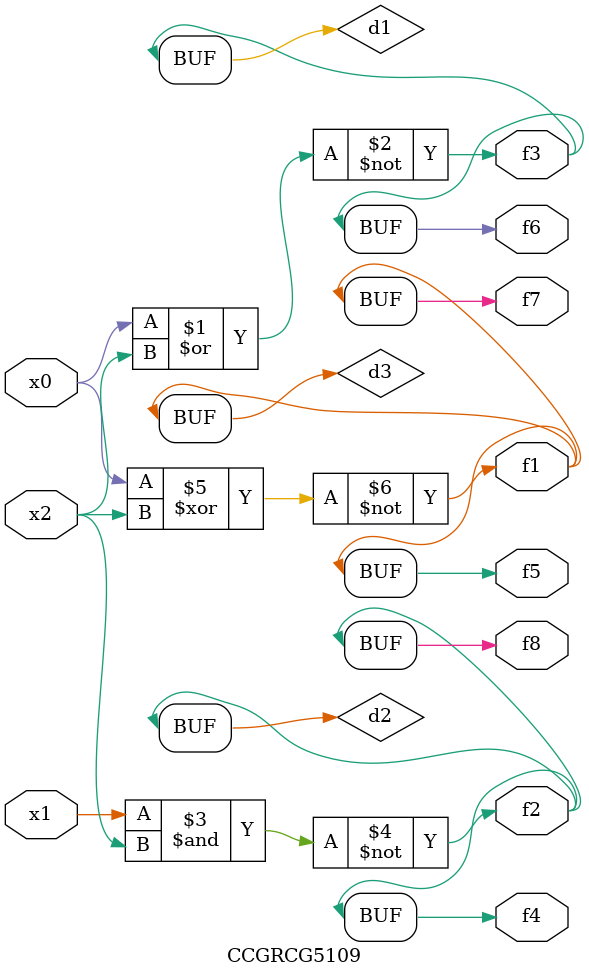
<source format=v>
module CCGRCG5109(
	input x0, x1, x2,
	output f1, f2, f3, f4, f5, f6, f7, f8
);

	wire d1, d2, d3;

	nor (d1, x0, x2);
	nand (d2, x1, x2);
	xnor (d3, x0, x2);
	assign f1 = d3;
	assign f2 = d2;
	assign f3 = d1;
	assign f4 = d2;
	assign f5 = d3;
	assign f6 = d1;
	assign f7 = d3;
	assign f8 = d2;
endmodule

</source>
